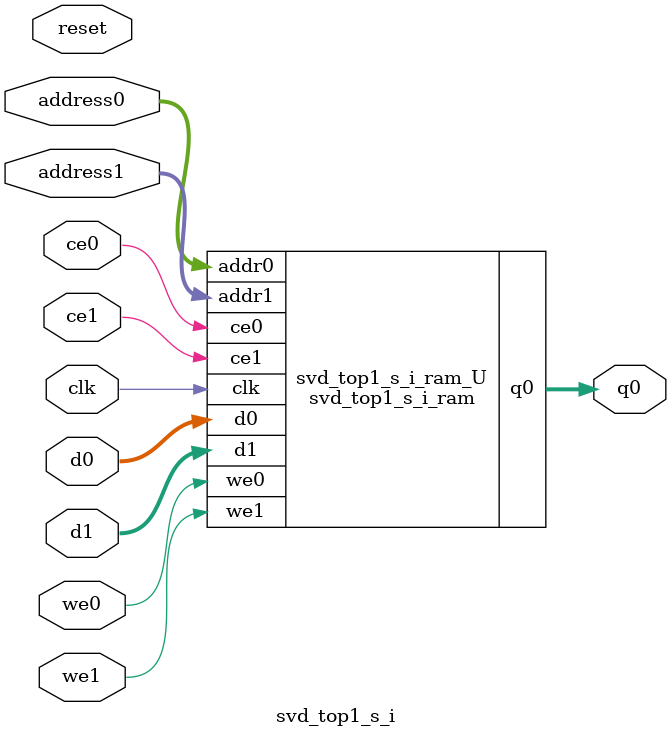
<source format=v>
`timescale 1 ns / 1 ps
module svd_top1_s_i_ram (addr0, ce0, d0, we0, q0, addr1, ce1, d1, we1,  clk);

parameter DWIDTH = 32;
parameter AWIDTH = 10;
parameter MEM_SIZE = 1024;

input[AWIDTH-1:0] addr0;
input ce0;
input[DWIDTH-1:0] d0;
input we0;
output reg[DWIDTH-1:0] q0;
input[AWIDTH-1:0] addr1;
input ce1;
input[DWIDTH-1:0] d1;
input we1;
input clk;

reg [DWIDTH-1:0] ram[0:MEM_SIZE-1];




always @(posedge clk)  
begin 
    if (ce0) begin
        if (we0) 
            ram[addr0] <= d0; 
        q0 <= ram[addr0];
    end
end


always @(posedge clk)  
begin 
    if (ce1) begin
        if (we1) 
            ram[addr1] <= d1; 
    end
end


endmodule

`timescale 1 ns / 1 ps
module svd_top1_s_i(
    reset,
    clk,
    address0,
    ce0,
    we0,
    d0,
    q0,
    address1,
    ce1,
    we1,
    d1);

parameter DataWidth = 32'd32;
parameter AddressRange = 32'd1024;
parameter AddressWidth = 32'd10;
input reset;
input clk;
input[AddressWidth - 1:0] address0;
input ce0;
input we0;
input[DataWidth - 1:0] d0;
output[DataWidth - 1:0] q0;
input[AddressWidth - 1:0] address1;
input ce1;
input we1;
input[DataWidth - 1:0] d1;



svd_top1_s_i_ram svd_top1_s_i_ram_U(
    .clk( clk ),
    .addr0( address0 ),
    .ce0( ce0 ),
    .we0( we0 ),
    .d0( d0 ),
    .q0( q0 ),
    .addr1( address1 ),
    .ce1( ce1 ),
    .we1( we1 ),
    .d1( d1 ));

endmodule


</source>
